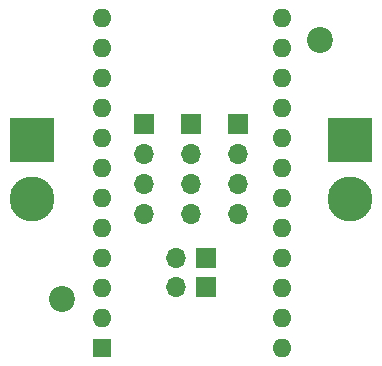
<source format=gbr>
%TF.GenerationSoftware,KiCad,Pcbnew,(7.0.0)*%
%TF.CreationDate,2023-11-14T12:38:22+01:00*%
%TF.ProjectId,Helios_PCB_section,48656c69-6f73-45f5-9043-425f73656374,rev?*%
%TF.SameCoordinates,Original*%
%TF.FileFunction,Soldermask,Top*%
%TF.FilePolarity,Negative*%
%FSLAX46Y46*%
G04 Gerber Fmt 4.6, Leading zero omitted, Abs format (unit mm)*
G04 Created by KiCad (PCBNEW (7.0.0)) date 2023-11-14 12:38:22*
%MOMM*%
%LPD*%
G01*
G04 APERTURE LIST*
%ADD10R,1.700000X1.700000*%
%ADD11O,1.700000X1.700000*%
%ADD12C,2.200000*%
%ADD13R,1.600000X1.600000*%
%ADD14O,1.600000X1.600000*%
%ADD15R,3.800000X3.800000*%
%ADD16C,3.800000*%
G04 APERTURE END LIST*
D10*
%TO.C,J4*%
X108999999Y-86199999D03*
D11*
X108999999Y-88739999D03*
X108999999Y-91279999D03*
X108999999Y-93819999D03*
%TD*%
D12*
%TO.C,H1*%
X94040000Y-100960000D03*
%TD*%
D10*
%TO.C,J5*%
X100999999Y-86199999D03*
D11*
X100999999Y-88739999D03*
X100999999Y-91279999D03*
X100999999Y-93819999D03*
%TD*%
D12*
%TO.C,H2*%
X115960000Y-79040000D03*
%TD*%
D10*
%TO.C,J6*%
X104999999Y-86199999D03*
D11*
X104999999Y-88739999D03*
X104999999Y-91279999D03*
X104999999Y-93819999D03*
%TD*%
D10*
%TO.C,J7*%
X106289999Y-99999999D03*
D11*
X103749999Y-99999999D03*
%TD*%
D10*
%TO.C,J2*%
X106274999Y-97499999D03*
D11*
X103734999Y-97499999D03*
%TD*%
D13*
%TO.C,U1*%
X97499999Y-105109999D03*
D14*
X97499999Y-102569999D03*
X97499999Y-100029999D03*
X97499999Y-97489999D03*
X97499999Y-94949999D03*
X97499999Y-92409999D03*
X97499999Y-89869999D03*
X97499999Y-87329999D03*
X97499999Y-84789999D03*
X97499999Y-82249999D03*
X97499999Y-79709999D03*
X97499999Y-77169999D03*
X112739999Y-77169999D03*
X112739999Y-79709999D03*
X112739999Y-82249999D03*
X112739999Y-84789999D03*
X112739999Y-87329999D03*
X112739999Y-89869999D03*
X112739999Y-92409999D03*
X112739999Y-94949999D03*
X112739999Y-97489999D03*
X112739999Y-100029999D03*
X112739999Y-102569999D03*
X112739999Y-105109999D03*
%TD*%
D15*
%TO.C,J1*%
X118499999Y-87499999D03*
D16*
X118500000Y-92500000D03*
%TD*%
D15*
%TO.C,J3*%
X91499999Y-87474999D03*
D16*
X91500000Y-92475000D03*
%TD*%
M02*

</source>
